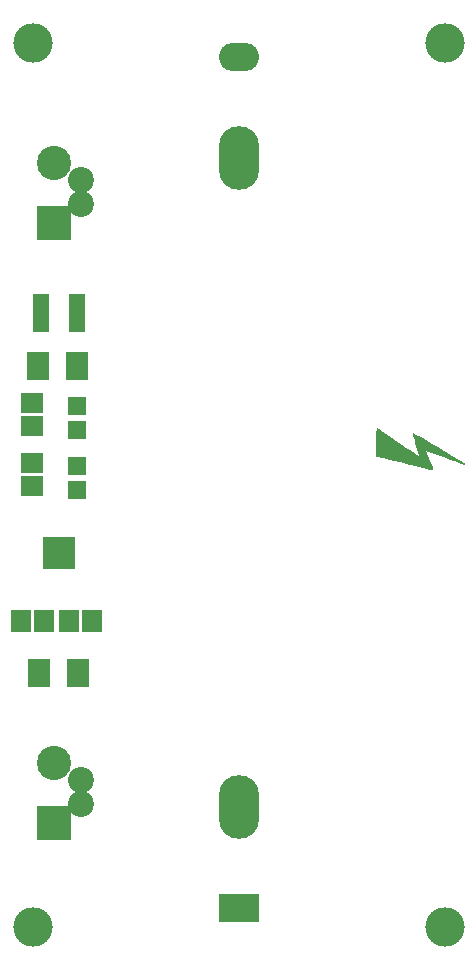
<source format=gbr>
G04 #@! TF.GenerationSoftware,KiCad,Pcbnew,(5.1.0)-1*
G04 #@! TF.CreationDate,2020-11-16T17:57:16+00:00*
G04 #@! TF.ProjectId,SolarCharger2020,536f6c61-7243-4686-9172-676572323032,rev?*
G04 #@! TF.SameCoordinates,PX5d42830PY7b89fa0*
G04 #@! TF.FileFunction,Soldermask,Top*
G04 #@! TF.FilePolarity,Negative*
%FSLAX46Y46*%
G04 Gerber Fmt 4.6, Leading zero omitted, Abs format (unit mm)*
G04 Created by KiCad (PCBNEW (5.1.0)-1) date 2020-11-16 17:57:16*
%MOMM*%
%LPD*%
G04 APERTURE LIST*
%ADD10C,0.010000*%
%ADD11O,3.400000X5.400000*%
%ADD12R,3.400000X2.400000*%
%ADD13O,3.400000X2.400000*%
%ADD14C,2.200000*%
%ADD15C,2.899360*%
%ADD16R,2.899360X2.899360*%
%ADD17R,0.900000X0.650000*%
%ADD18R,1.240000X2.800000*%
%ADD19R,1.598880X1.598880*%
%ADD20R,1.700000X1.900000*%
%ADD21R,1.900000X1.700000*%
%ADD22R,1.400000X3.200000*%
%ADD23R,1.924000X2.432000*%
%ADD24C,3.334700*%
G04 APERTURE END LIST*
D10*
G36*
X50916417Y38696315D02*
G01*
X50987608Y38678110D01*
X51132560Y38641549D01*
X51342877Y38588734D01*
X51610161Y38521766D01*
X51926017Y38442747D01*
X52282047Y38353779D01*
X52669855Y38256963D01*
X53081044Y38154401D01*
X53213000Y38121506D01*
X53626611Y38018332D01*
X54016897Y37920822D01*
X54375850Y37830987D01*
X54695461Y37750839D01*
X54967722Y37682390D01*
X55184624Y37627650D01*
X55338159Y37588632D01*
X55420319Y37567347D01*
X55430681Y37564473D01*
X55464867Y37557678D01*
X55484985Y37567455D01*
X55488400Y37602416D01*
X55472479Y37671170D01*
X55434587Y37782328D01*
X55372089Y37944499D01*
X55282350Y38166295D01*
X55162737Y38456325D01*
X55143855Y38501906D01*
X55047182Y38737077D01*
X54963634Y38943928D01*
X54897965Y39110390D01*
X54854926Y39224394D01*
X54839269Y39273872D01*
X54839469Y39274914D01*
X54880160Y39262929D01*
X54990574Y39223752D01*
X55161505Y39160823D01*
X55383748Y39077586D01*
X55648097Y38977481D01*
X55945345Y38863950D01*
X56180285Y38773623D01*
X56635684Y38598208D01*
X57018128Y38451271D01*
X57333570Y38330600D01*
X57587967Y38233986D01*
X57787273Y38159219D01*
X57937441Y38104089D01*
X58044428Y38066385D01*
X58114186Y38043897D01*
X58152671Y38034416D01*
X58165838Y38035731D01*
X58166000Y38036589D01*
X58134702Y38070912D01*
X58070750Y38117129D01*
X57880621Y38237985D01*
X57645538Y38384609D01*
X57373059Y38552502D01*
X57070746Y38737164D01*
X56746156Y38934096D01*
X56406848Y39138798D01*
X56060382Y39346770D01*
X55714317Y39553514D01*
X55376212Y39754529D01*
X55053626Y39945316D01*
X54754118Y40121375D01*
X54485248Y40278207D01*
X54254574Y40411313D01*
X54069655Y40516192D01*
X53938052Y40588346D01*
X53867321Y40623275D01*
X53857118Y40625280D01*
X53864760Y40571211D01*
X53892665Y40447596D01*
X53937819Y40266296D01*
X53997211Y40039170D01*
X54067827Y39778078D01*
X54121701Y39583678D01*
X54198512Y39308692D01*
X54267128Y39062148D01*
X54324437Y38855304D01*
X54367325Y38699417D01*
X54392681Y38605745D01*
X54398334Y38583162D01*
X54364660Y38604253D01*
X54267956Y38669241D01*
X54114694Y38773676D01*
X53911349Y38913105D01*
X53664394Y39083078D01*
X53380304Y39279144D01*
X53065551Y39496853D01*
X52726610Y39731752D01*
X52603293Y39817324D01*
X52256460Y40057744D01*
X51930726Y40282901D01*
X51632684Y40488280D01*
X51368927Y40669371D01*
X51146048Y40821659D01*
X50970638Y40940633D01*
X50849291Y41021779D01*
X50788600Y41060586D01*
X50782959Y41063333D01*
X50776349Y41022803D01*
X50770384Y40908422D01*
X50765298Y40731006D01*
X50761328Y40501369D01*
X50758708Y40230327D01*
X50757674Y39928696D01*
X50757667Y39900798D01*
X50757667Y38738263D01*
X50916417Y38696315D01*
X50916417Y38696315D01*
G37*
X50916417Y38696315D02*
X50987608Y38678110D01*
X51132560Y38641549D01*
X51342877Y38588734D01*
X51610161Y38521766D01*
X51926017Y38442747D01*
X52282047Y38353779D01*
X52669855Y38256963D01*
X53081044Y38154401D01*
X53213000Y38121506D01*
X53626611Y38018332D01*
X54016897Y37920822D01*
X54375850Y37830987D01*
X54695461Y37750839D01*
X54967722Y37682390D01*
X55184624Y37627650D01*
X55338159Y37588632D01*
X55420319Y37567347D01*
X55430681Y37564473D01*
X55464867Y37557678D01*
X55484985Y37567455D01*
X55488400Y37602416D01*
X55472479Y37671170D01*
X55434587Y37782328D01*
X55372089Y37944499D01*
X55282350Y38166295D01*
X55162737Y38456325D01*
X55143855Y38501906D01*
X55047182Y38737077D01*
X54963634Y38943928D01*
X54897965Y39110390D01*
X54854926Y39224394D01*
X54839269Y39273872D01*
X54839469Y39274914D01*
X54880160Y39262929D01*
X54990574Y39223752D01*
X55161505Y39160823D01*
X55383748Y39077586D01*
X55648097Y38977481D01*
X55945345Y38863950D01*
X56180285Y38773623D01*
X56635684Y38598208D01*
X57018128Y38451271D01*
X57333570Y38330600D01*
X57587967Y38233986D01*
X57787273Y38159219D01*
X57937441Y38104089D01*
X58044428Y38066385D01*
X58114186Y38043897D01*
X58152671Y38034416D01*
X58165838Y38035731D01*
X58166000Y38036589D01*
X58134702Y38070912D01*
X58070750Y38117129D01*
X57880621Y38237985D01*
X57645538Y38384609D01*
X57373059Y38552502D01*
X57070746Y38737164D01*
X56746156Y38934096D01*
X56406848Y39138798D01*
X56060382Y39346770D01*
X55714317Y39553514D01*
X55376212Y39754529D01*
X55053626Y39945316D01*
X54754118Y40121375D01*
X54485248Y40278207D01*
X54254574Y40411313D01*
X54069655Y40516192D01*
X53938052Y40588346D01*
X53867321Y40623275D01*
X53857118Y40625280D01*
X53864760Y40571211D01*
X53892665Y40447596D01*
X53937819Y40266296D01*
X53997211Y40039170D01*
X54067827Y39778078D01*
X54121701Y39583678D01*
X54198512Y39308692D01*
X54267128Y39062148D01*
X54324437Y38855304D01*
X54367325Y38699417D01*
X54392681Y38605745D01*
X54398334Y38583162D01*
X54364660Y38604253D01*
X54267956Y38669241D01*
X54114694Y38773676D01*
X53911349Y38913105D01*
X53664394Y39083078D01*
X53380304Y39279144D01*
X53065551Y39496853D01*
X52726610Y39731752D01*
X52603293Y39817324D01*
X52256460Y40057744D01*
X51930726Y40282901D01*
X51632684Y40488280D01*
X51368927Y40669371D01*
X51146048Y40821659D01*
X50970638Y40940633D01*
X50849291Y41021779D01*
X50788600Y41060586D01*
X50782959Y41063333D01*
X50776349Y41022803D01*
X50770384Y40908422D01*
X50765298Y40731006D01*
X50761328Y40501369D01*
X50758708Y40230327D01*
X50757674Y39928696D01*
X50757667Y39900798D01*
X50757667Y38738263D01*
X50916417Y38696315D01*
D11*
X39165000Y63960000D03*
D12*
X39165000Y460000D03*
D13*
X39165000Y72460000D03*
D11*
X39165000Y8960000D03*
D14*
X25781000Y62103000D03*
X25781000Y60071000D03*
D15*
X23495000Y63500000D03*
D16*
X23495000Y58420000D03*
D14*
X25781000Y11303000D03*
X25781000Y9271000D03*
D15*
X23495000Y12700000D03*
D16*
X23495000Y7620000D03*
D17*
X24826000Y31480000D03*
X24826000Y30980000D03*
X24826000Y29480000D03*
X24826000Y29980000D03*
X24826000Y30480000D03*
X22926000Y29480000D03*
X22926000Y29980000D03*
X22926000Y31480000D03*
X22926000Y30980000D03*
D18*
X23876000Y30480000D03*
D17*
X22926000Y30480000D03*
D19*
X25400000Y35780980D03*
X25400000Y37879020D03*
X25400000Y42959020D03*
X25400000Y40860980D03*
D20*
X24765000Y24765000D03*
X26665000Y24765000D03*
X22601000Y24765000D03*
X20701000Y24765000D03*
D21*
X21590000Y36195000D03*
X21590000Y38095000D03*
X21590000Y43175000D03*
X21590000Y41275000D03*
D22*
X22376000Y50800000D03*
X25376000Y50800000D03*
D23*
X25527000Y20320000D03*
X22225000Y20320000D03*
X22098000Y46355000D03*
X25400000Y46355000D03*
D24*
X21656293Y73695520D03*
X56549919Y73695520D03*
X56549919Y-1198105D03*
X21656293Y-1198105D03*
M02*

</source>
